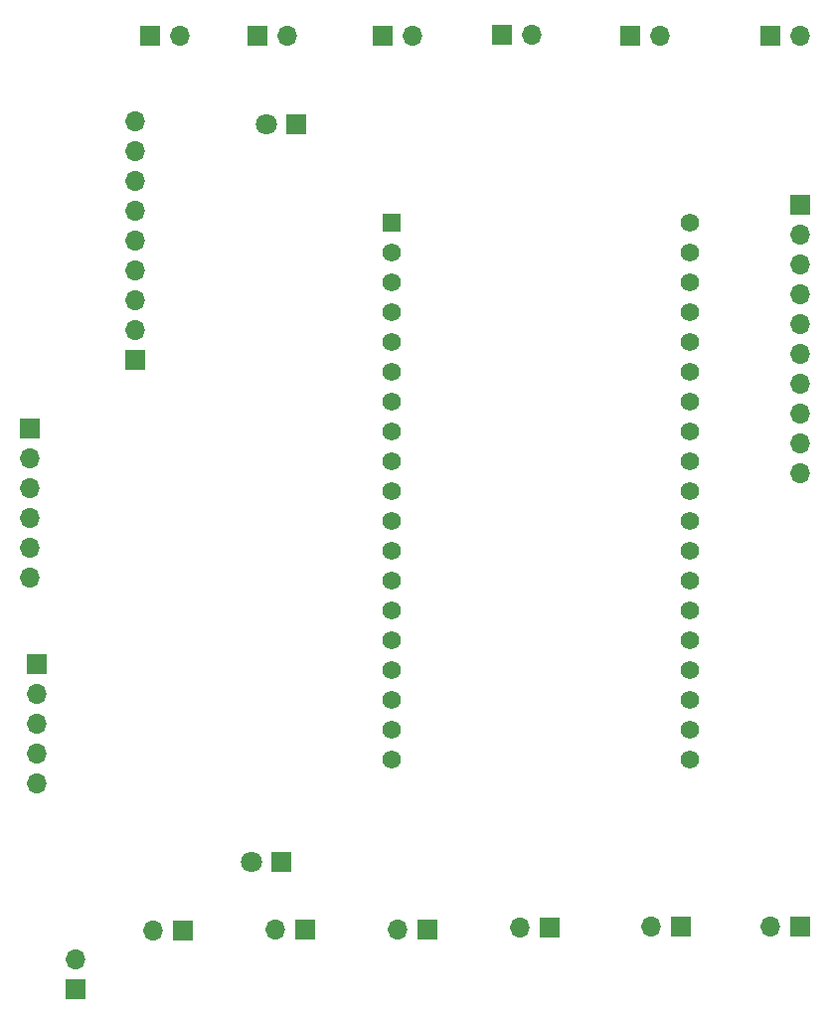
<source format=gbr>
%TF.GenerationSoftware,KiCad,Pcbnew,(6.0.6-0)*%
%TF.CreationDate,2023-02-15T09:52:43-08:00*%
%TF.ProjectId,le2-daq-new,6c65322d-6461-4712-9d6e-65772e6b6963,rev?*%
%TF.SameCoordinates,Original*%
%TF.FileFunction,Soldermask,Bot*%
%TF.FilePolarity,Negative*%
%FSLAX46Y46*%
G04 Gerber Fmt 4.6, Leading zero omitted, Abs format (unit mm)*
G04 Created by KiCad (PCBNEW (6.0.6-0)) date 2023-02-15 09:52:43*
%MOMM*%
%LPD*%
G01*
G04 APERTURE LIST*
%ADD10R,1.700000X1.700000*%
%ADD11O,1.700000X1.700000*%
%ADD12R,1.560000X1.560000*%
%ADD13C,1.560000*%
%ADD14R,1.800000X1.800000*%
%ADD15C,1.800000*%
G04 APERTURE END LIST*
D10*
%TO.C,J17*%
X97085000Y-125735000D03*
D11*
X97085000Y-123195000D03*
%TD*%
D12*
%TO.C,U1*%
X123963000Y-60390000D03*
D13*
X123963000Y-62930000D03*
X123963000Y-65470000D03*
X123963000Y-68010000D03*
X123963000Y-70550000D03*
X123963000Y-73090000D03*
X123963000Y-75630000D03*
X123963000Y-78170000D03*
X123963000Y-80710000D03*
X123963000Y-83250000D03*
X123963000Y-85790000D03*
X123963000Y-88330000D03*
X123963000Y-90870000D03*
X123963000Y-93410000D03*
X123963000Y-95950000D03*
X123963000Y-98490000D03*
X123963000Y-101030000D03*
X123963000Y-103570000D03*
X123963000Y-106110000D03*
X149363000Y-60390000D03*
X149363000Y-62930000D03*
X149363000Y-65470000D03*
X149363000Y-68010000D03*
X149363000Y-70550000D03*
X149363000Y-73090000D03*
X149363000Y-75630000D03*
X149363000Y-78170000D03*
X149363000Y-80710000D03*
X149363000Y-83250000D03*
X149363000Y-85790000D03*
X149363000Y-88330000D03*
X149363000Y-90870000D03*
X149363000Y-93410000D03*
X149363000Y-95950000D03*
X149363000Y-98490000D03*
X149363000Y-101030000D03*
X149363000Y-103570000D03*
X149363000Y-106110000D03*
%TD*%
D10*
%TO.C,J16*%
X106172000Y-120698000D03*
D11*
X103632000Y-120698000D03*
%TD*%
D10*
%TO.C,J15*%
X137414000Y-120444000D03*
D11*
X134874000Y-120444000D03*
%TD*%
D10*
%TO.C,J14*%
X126992000Y-120593000D03*
D11*
X124452000Y-120593000D03*
%TD*%
D10*
%TO.C,J13*%
X158742000Y-120339000D03*
D11*
X156202000Y-120339000D03*
%TD*%
D10*
%TO.C,J12*%
X116578000Y-120593000D03*
D11*
X114038000Y-120593000D03*
%TD*%
D10*
%TO.C,J11*%
X148582000Y-120339000D03*
D11*
X146042000Y-120339000D03*
%TD*%
D10*
%TO.C,J10*%
X156205000Y-44507000D03*
D11*
X158745000Y-44507000D03*
%TD*%
D10*
%TO.C,J9*%
X144267000Y-44507000D03*
D11*
X146807000Y-44507000D03*
%TD*%
%TO.C,J8*%
X125725000Y-44507000D03*
D10*
X123185000Y-44507000D03*
%TD*%
D11*
%TO.C,J7*%
X135893000Y-44402000D03*
D10*
X133353000Y-44402000D03*
%TD*%
%TO.C,J6*%
X112517000Y-44507000D03*
D11*
X115057000Y-44507000D03*
%TD*%
D10*
%TO.C,J5*%
X103373000Y-44507000D03*
D11*
X105913000Y-44507000D03*
%TD*%
D10*
%TO.C,J4*%
X93726000Y-98044000D03*
D11*
X93726000Y-100584000D03*
X93726000Y-103124000D03*
X93726000Y-105664000D03*
X93726000Y-108204000D03*
%TD*%
D10*
%TO.C,J3*%
X93161000Y-77978000D03*
D11*
X93161000Y-80518000D03*
X93161000Y-83058000D03*
X93161000Y-85598000D03*
X93161000Y-88138000D03*
X93161000Y-90678000D03*
%TD*%
D10*
%TO.C,J2*%
X102165000Y-72126000D03*
D11*
X102165000Y-69586000D03*
X102165000Y-67046000D03*
X102165000Y-64506000D03*
X102165000Y-61966000D03*
X102165000Y-59426000D03*
X102165000Y-56886000D03*
X102165000Y-54346000D03*
X102165000Y-51806000D03*
%TD*%
D10*
%TO.C,J1*%
X158820000Y-58933000D03*
D11*
X158820000Y-61473000D03*
X158820000Y-64013000D03*
X158820000Y-66553000D03*
X158820000Y-69093000D03*
X158820000Y-71633000D03*
X158820000Y-74173000D03*
X158820000Y-76713000D03*
X158820000Y-79253000D03*
X158820000Y-81793000D03*
%TD*%
D14*
%TO.C,D1*%
X114554000Y-114856000D03*
D15*
X112014000Y-114856000D03*
%TD*%
D14*
%TO.C,D2*%
X115824000Y-52070000D03*
D15*
X113283988Y-52070006D03*
%TD*%
M02*

</source>
